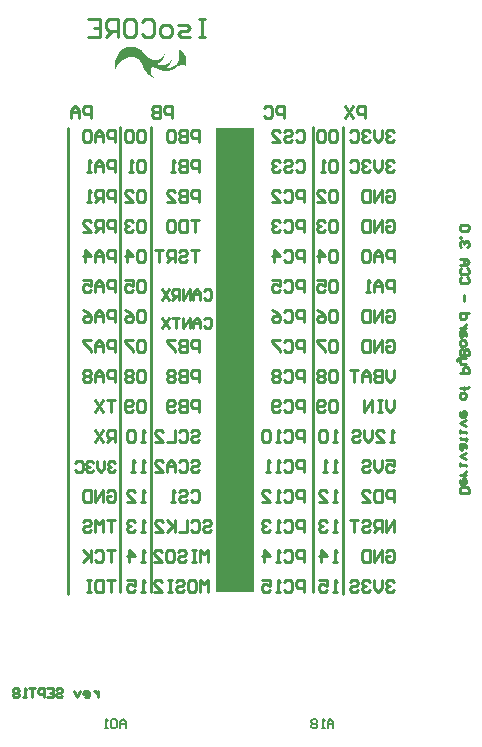
<source format=gbo>
G04*
G04 #@! TF.GenerationSoftware,Altium Limited,CircuitStudio,1.5.1 (13)*
G04*
G04 Layer_Color=13948096*
%FSLAX24Y24*%
%MOIN*%
G70*
G01*
G75*
%ADD49C,0.0100*%
%ADD51C,0.0059*%
%ADD88R,0.1300X1.5500*%
G36*
X25864Y40177D02*
X25930D01*
Y40170D01*
X25959D01*
Y40162D01*
X25988D01*
Y40155D01*
X26010D01*
Y40148D01*
X26025D01*
Y40140D01*
X26047D01*
Y40133D01*
X26061D01*
Y40126D01*
X26076D01*
Y40118D01*
X26090D01*
Y40111D01*
X26098D01*
Y40104D01*
X26112D01*
Y40097D01*
X26127D01*
Y40089D01*
X26134D01*
Y40082D01*
X26142D01*
Y40075D01*
X26156D01*
Y40067D01*
X26163D01*
Y40060D01*
X26171D01*
Y40053D01*
X26185D01*
Y40045D01*
X26193D01*
Y40038D01*
X26200D01*
Y40031D01*
X26207D01*
Y40024D01*
X26215D01*
Y40016D01*
X26222D01*
Y40009D01*
X26229D01*
Y40002D01*
X26237D01*
Y39994D01*
X26244D01*
Y39987D01*
X26251D01*
Y39980D01*
X26258D01*
Y39972D01*
X26266D01*
Y39965D01*
X26273D01*
Y39958D01*
X26280D01*
Y39951D01*
X26288D01*
Y39943D01*
X26295D01*
Y39936D01*
X26302D01*
Y39929D01*
Y39921D01*
X26310D01*
Y39914D01*
X26317D01*
Y39907D01*
X26324D01*
Y39899D01*
X26331D01*
Y39892D01*
X26339D01*
Y39885D01*
X26346D01*
Y39878D01*
Y39870D01*
X26353D01*
Y39863D01*
X26361D01*
Y39856D01*
X26368D01*
Y39848D01*
X26375D01*
Y39841D01*
X26383D01*
Y39834D01*
X26390D01*
Y39826D01*
X26404D01*
Y39819D01*
X26412D01*
Y39812D01*
X26426D01*
Y39804D01*
X26434D01*
Y39797D01*
X26448D01*
Y39790D01*
X26463D01*
Y39783D01*
X26477D01*
Y39775D01*
X26492D01*
Y39768D01*
X26507D01*
Y39761D01*
X26529D01*
Y39753D01*
X26551D01*
Y39746D01*
X26580D01*
Y39739D01*
X26624D01*
Y39731D01*
X26697D01*
Y39739D01*
X26740D01*
Y39746D01*
X26762D01*
Y39753D01*
X26784D01*
Y39761D01*
X26799D01*
Y39768D01*
X26813D01*
Y39775D01*
X26828D01*
Y39783D01*
X26835D01*
Y39790D01*
X26843D01*
Y39797D01*
X26857D01*
Y39804D01*
X26865D01*
Y39812D01*
X26872D01*
Y39819D01*
X26879D01*
Y39826D01*
X26886D01*
Y39834D01*
X26894D01*
Y39841D01*
X26901D01*
Y39848D01*
Y39856D01*
X26908D01*
Y39863D01*
X26916D01*
Y39870D01*
Y39878D01*
X26923D01*
Y39885D01*
X26930D01*
Y39892D01*
Y39899D01*
X26938D01*
Y39907D01*
Y39914D01*
Y39921D01*
X26952D01*
Y39914D01*
Y39907D01*
X26945D01*
Y39899D01*
Y39892D01*
Y39885D01*
Y39878D01*
Y39870D01*
X26938D01*
Y39863D01*
Y39856D01*
Y39848D01*
X26930D01*
Y39841D01*
Y39834D01*
Y39826D01*
X26923D01*
Y39819D01*
Y39812D01*
Y39804D01*
X26916D01*
Y39797D01*
Y39790D01*
X26908D01*
Y39783D01*
Y39775D01*
X26901D01*
Y39768D01*
Y39761D01*
X26894D01*
Y39753D01*
Y39746D01*
X26886D01*
Y39739D01*
X26879D01*
Y39731D01*
X26872D01*
Y39724D01*
Y39717D01*
X26865D01*
Y39710D01*
X26857D01*
Y39702D01*
X26850D01*
Y39695D01*
X26843D01*
Y39688D01*
X26835D01*
Y39680D01*
X26828D01*
Y39673D01*
X26813D01*
Y39666D01*
X26806D01*
Y39658D01*
X26792D01*
Y39651D01*
X26777D01*
Y39644D01*
X26770D01*
Y39637D01*
X26755D01*
Y39629D01*
X26740D01*
Y39622D01*
X26733D01*
Y39615D01*
X26726D01*
Y39607D01*
Y39600D01*
Y39593D01*
X26733D01*
Y39585D01*
X26755D01*
Y39578D01*
X26777D01*
Y39571D01*
X26821D01*
Y39563D01*
X26945D01*
Y39571D01*
X26974D01*
Y39578D01*
X27003D01*
Y39585D01*
X27018D01*
Y39593D01*
X27033D01*
Y39600D01*
X27047D01*
Y39607D01*
X27062D01*
Y39615D01*
X27076D01*
Y39622D01*
X27084D01*
Y39629D01*
X27098D01*
Y39637D01*
X27106D01*
Y39644D01*
X27113D01*
Y39651D01*
X27120D01*
Y39658D01*
X27127D01*
Y39666D01*
X27135D01*
Y39673D01*
X27142D01*
Y39680D01*
X27149D01*
Y39688D01*
X27157D01*
Y39695D01*
X27164D01*
Y39702D01*
X27171D01*
Y39710D01*
Y39717D01*
X27179D01*
Y39724D01*
X27186D01*
Y39717D01*
Y39710D01*
X27179D01*
Y39702D01*
Y39695D01*
Y39688D01*
X27171D01*
Y39680D01*
Y39673D01*
Y39666D01*
X27164D01*
Y39658D01*
Y39651D01*
X27157D01*
Y39644D01*
Y39637D01*
X27149D01*
Y39629D01*
Y39622D01*
X27142D01*
Y39615D01*
Y39607D01*
X27135D01*
Y39600D01*
Y39593D01*
X27127D01*
Y39585D01*
X27120D01*
Y39578D01*
Y39571D01*
X27113D01*
Y39563D01*
X27106D01*
Y39556D01*
X27098D01*
Y39549D01*
X27091D01*
Y39542D01*
X27084D01*
Y39534D01*
X27076D01*
Y39527D01*
X27069D01*
Y39520D01*
X27062D01*
Y39512D01*
X27054D01*
Y39505D01*
X27047D01*
Y39498D01*
X27040D01*
Y39490D01*
X27033D01*
Y39483D01*
X27018D01*
Y39476D01*
X27040D01*
Y39469D01*
X27106D01*
Y39476D01*
X27142D01*
Y39483D01*
X27171D01*
Y39490D01*
X27193D01*
Y39498D01*
X27208D01*
Y39505D01*
X27230D01*
Y39512D01*
X27244D01*
Y39520D01*
X27259D01*
Y39527D01*
X27273D01*
Y39534D01*
X27288D01*
Y39542D01*
X27303D01*
Y39549D01*
X27317D01*
Y39556D01*
X27325D01*
Y39563D01*
X27332D01*
Y39571D01*
X27347D01*
Y39578D01*
X27354D01*
Y39585D01*
X27361D01*
Y39593D01*
Y39600D01*
X27368D01*
Y39607D01*
X27376D01*
Y39615D01*
X27383D01*
Y39622D01*
Y39629D01*
X27390D01*
Y39637D01*
Y39644D01*
X27398D01*
Y39651D01*
Y39658D01*
X27405D01*
Y39666D01*
Y39673D01*
X27412D01*
Y39680D01*
Y39688D01*
X27420D01*
Y39695D01*
Y39702D01*
X27427D01*
Y39710D01*
Y39717D01*
Y39724D01*
Y39731D01*
X27434D01*
Y39739D01*
Y39746D01*
Y39753D01*
X27441D01*
Y39761D01*
Y39768D01*
Y39775D01*
Y39783D01*
Y39790D01*
Y39797D01*
X27449D01*
Y39804D01*
Y39812D01*
Y39819D01*
Y39826D01*
Y39834D01*
Y39841D01*
Y39848D01*
Y39856D01*
Y39863D01*
Y39870D01*
Y39878D01*
Y39885D01*
Y39892D01*
Y39899D01*
Y39907D01*
Y39914D01*
Y39921D01*
Y39929D01*
Y39936D01*
Y39943D01*
Y39951D01*
Y39958D01*
Y39965D01*
Y39972D01*
Y39980D01*
Y39987D01*
X27441D01*
Y39994D01*
Y40002D01*
Y40009D01*
Y40016D01*
Y40024D01*
Y40031D01*
Y40038D01*
X27434D01*
Y40045D01*
Y40053D01*
Y40060D01*
Y40067D01*
Y40075D01*
X27427D01*
Y40082D01*
Y40089D01*
X27441D01*
Y40082D01*
X27449D01*
Y40075D01*
X27463D01*
Y40067D01*
X27471D01*
Y40060D01*
X27478D01*
Y40053D01*
X27493D01*
Y40045D01*
X27500D01*
Y40038D01*
X27507D01*
Y40031D01*
X27522D01*
Y40024D01*
X27529D01*
Y40016D01*
X27536D01*
Y40009D01*
X27544D01*
Y40002D01*
X27551D01*
Y39994D01*
X27558D01*
Y39987D01*
X27566D01*
Y39980D01*
X27573D01*
Y39972D01*
X27580D01*
Y39965D01*
X27588D01*
Y39958D01*
X27595D01*
Y39951D01*
Y39943D01*
X27602D01*
Y39936D01*
X27609D01*
Y39929D01*
X27617D01*
Y39921D01*
Y39914D01*
X27624D01*
Y39907D01*
Y39899D01*
X27631D01*
Y39892D01*
X27639D01*
Y39885D01*
Y39878D01*
X27646D01*
Y39870D01*
Y39863D01*
Y39856D01*
X27653D01*
Y39848D01*
Y39841D01*
Y39834D01*
X27661D01*
Y39826D01*
Y39819D01*
Y39812D01*
X27668D01*
Y39804D01*
Y39797D01*
Y39790D01*
Y39783D01*
Y39775D01*
Y39768D01*
X27675D01*
Y39761D01*
Y39753D01*
Y39746D01*
Y39739D01*
Y39731D01*
Y39724D01*
Y39717D01*
X27682D01*
Y39710D01*
Y39702D01*
Y39695D01*
Y39688D01*
Y39680D01*
Y39673D01*
Y39666D01*
Y39658D01*
Y39651D01*
Y39644D01*
Y39637D01*
Y39629D01*
Y39622D01*
Y39615D01*
Y39607D01*
Y39600D01*
Y39593D01*
Y39585D01*
Y39578D01*
Y39571D01*
Y39563D01*
Y39556D01*
Y39549D01*
X27646D01*
Y39556D01*
X27595D01*
Y39563D01*
X27500D01*
Y39556D01*
X27463D01*
Y39549D01*
X27441D01*
Y39542D01*
X27420D01*
Y39534D01*
X27405D01*
Y39527D01*
X27390D01*
Y39520D01*
X27383D01*
Y39512D01*
X27368D01*
Y39505D01*
X27361D01*
Y39498D01*
X27347D01*
Y39490D01*
X27339D01*
Y39483D01*
X27332D01*
Y39476D01*
X27317D01*
Y39469D01*
X27310D01*
Y39461D01*
X27303D01*
Y39454D01*
X27288D01*
Y39447D01*
X27281D01*
Y39439D01*
X27266D01*
Y39432D01*
X27259D01*
Y39425D01*
X27244D01*
Y39417D01*
X27230D01*
Y39410D01*
X27215D01*
Y39403D01*
X27193D01*
Y39396D01*
X27171D01*
Y39388D01*
X27142D01*
Y39381D01*
X27106D01*
Y39374D01*
X26923D01*
Y39381D01*
X26879D01*
Y39388D01*
X26843D01*
Y39396D01*
X26813D01*
Y39403D01*
X26792D01*
Y39410D01*
X26777D01*
Y39417D01*
X26755D01*
Y39425D01*
X26740D01*
Y39432D01*
X26718D01*
Y39439D01*
X26704D01*
Y39447D01*
X26689D01*
Y39454D01*
X26667D01*
Y39461D01*
X26653D01*
Y39469D01*
X26638D01*
Y39476D01*
X26616D01*
Y39483D01*
X26602D01*
Y39490D01*
X26580D01*
Y39498D01*
X26536D01*
Y39490D01*
X26521D01*
Y39483D01*
X26514D01*
Y39476D01*
X26507D01*
Y39469D01*
Y39461D01*
X26499D01*
Y39454D01*
Y39447D01*
X26492D01*
Y39439D01*
Y39432D01*
Y39425D01*
X26485D01*
Y39417D01*
Y39410D01*
Y39403D01*
Y39396D01*
Y39388D01*
Y39381D01*
Y39374D01*
Y39366D01*
Y39359D01*
Y39352D01*
Y39344D01*
Y39337D01*
Y39330D01*
X26492D01*
Y39323D01*
Y39315D01*
Y39308D01*
X26499D01*
Y39301D01*
Y39293D01*
Y39286D01*
X26507D01*
Y39279D01*
Y39271D01*
X26514D01*
Y39264D01*
Y39257D01*
Y39249D01*
X26521D01*
Y39242D01*
X26529D01*
Y39235D01*
Y39228D01*
X26536D01*
Y39220D01*
Y39213D01*
X26543D01*
Y39206D01*
Y39198D01*
X26551D01*
Y39191D01*
X26558D01*
Y39184D01*
Y39176D01*
X26565D01*
Y39169D01*
X26572D01*
Y39162D01*
X26580D01*
Y39155D01*
X26587D01*
Y39147D01*
Y39140D01*
X26580D01*
Y39147D01*
X26565D01*
Y39155D01*
X26551D01*
Y39162D01*
X26536D01*
Y39169D01*
X26521D01*
Y39176D01*
X26514D01*
Y39184D01*
X26499D01*
Y39191D01*
X26492D01*
Y39198D01*
X26477D01*
Y39206D01*
X26470D01*
Y39213D01*
X26456D01*
Y39220D01*
X26448D01*
Y39228D01*
X26441D01*
Y39235D01*
X26434D01*
Y39242D01*
X26419D01*
Y39249D01*
X26412D01*
Y39257D01*
X26404D01*
Y39264D01*
X26397D01*
Y39271D01*
X26390D01*
Y39279D01*
X26383D01*
Y39286D01*
X26375D01*
Y39293D01*
X26368D01*
Y39301D01*
X26361D01*
Y39308D01*
Y39315D01*
X26353D01*
Y39323D01*
X26346D01*
Y39330D01*
X26339D01*
Y39337D01*
X26331D01*
Y39344D01*
Y39352D01*
X26324D01*
Y39359D01*
X26317D01*
Y39366D01*
X26310D01*
Y39374D01*
Y39381D01*
X26302D01*
Y39388D01*
X26295D01*
Y39396D01*
Y39403D01*
X26288D01*
Y39410D01*
Y39417D01*
X26280D01*
Y39425D01*
Y39432D01*
X26273D01*
Y39439D01*
Y39447D01*
X26266D01*
Y39454D01*
Y39461D01*
X26258D01*
Y39469D01*
Y39476D01*
Y39483D01*
X26251D01*
Y39490D01*
Y39498D01*
X26244D01*
Y39505D01*
Y39512D01*
X26237D01*
Y39520D01*
Y39527D01*
X26229D01*
Y39534D01*
Y39542D01*
X26222D01*
Y39549D01*
Y39556D01*
X26215D01*
Y39563D01*
Y39571D01*
X26207D01*
Y39578D01*
Y39585D01*
X26200D01*
Y39593D01*
Y39600D01*
X26193D01*
Y39607D01*
Y39615D01*
X26185D01*
Y39622D01*
Y39629D01*
X26178D01*
Y39637D01*
X26171D01*
Y39644D01*
Y39651D01*
X26163D01*
Y39658D01*
Y39666D01*
X26156D01*
Y39673D01*
X26149D01*
Y39680D01*
Y39688D01*
X26142D01*
Y39695D01*
X26134D01*
Y39702D01*
Y39710D01*
X26127D01*
Y39717D01*
X26120D01*
Y39724D01*
X26112D01*
Y39731D01*
X26105D01*
Y39739D01*
X26098D01*
Y39746D01*
X26090D01*
Y39753D01*
X26083D01*
Y39761D01*
X26076D01*
Y39768D01*
X26069D01*
Y39775D01*
X26061D01*
Y39783D01*
X26047D01*
Y39790D01*
X26039D01*
Y39797D01*
X26025D01*
Y39804D01*
X26017D01*
Y39812D01*
X26003D01*
Y39819D01*
X25981D01*
Y39826D01*
X25966D01*
Y39834D01*
X25937D01*
Y39841D01*
X25806D01*
Y39834D01*
X25769D01*
Y39826D01*
X25747D01*
Y39819D01*
X25725D01*
Y39812D01*
X25703D01*
Y39804D01*
X25689D01*
Y39797D01*
X25674D01*
Y39790D01*
X25660D01*
Y39783D01*
X25645D01*
Y39775D01*
X25630D01*
Y39768D01*
X25616D01*
Y39761D01*
X25601D01*
Y39753D01*
X25587D01*
Y39746D01*
X25579D01*
Y39739D01*
X25565D01*
Y39731D01*
X25557D01*
Y39724D01*
X25543D01*
Y39717D01*
X25535D01*
Y39710D01*
X25528D01*
Y39702D01*
X25514D01*
Y39695D01*
X25506D01*
Y39688D01*
X25499D01*
Y39680D01*
X25492D01*
Y39673D01*
X25484D01*
Y39666D01*
X25477D01*
Y39658D01*
X25470D01*
Y39651D01*
X25455D01*
Y39644D01*
Y39637D01*
X25448D01*
Y39629D01*
X25441D01*
Y39622D01*
X25433D01*
Y39615D01*
X25426D01*
Y39607D01*
X25419D01*
Y39600D01*
X25411D01*
Y39593D01*
X25404D01*
Y39585D01*
Y39578D01*
X25397D01*
Y39571D01*
X25389D01*
Y39563D01*
X25382D01*
Y39556D01*
Y39549D01*
X25375D01*
Y39542D01*
X25367D01*
Y39534D01*
Y39527D01*
X25360D01*
Y39520D01*
Y39512D01*
X25353D01*
Y39505D01*
X25346D01*
Y39498D01*
Y39490D01*
X25338D01*
Y39483D01*
Y39476D01*
X25331D01*
Y39469D01*
Y39461D01*
X25324D01*
Y39454D01*
Y39447D01*
X25316D01*
Y39439D01*
Y39432D01*
Y39425D01*
X25302D01*
Y39432D01*
Y39439D01*
Y39447D01*
Y39454D01*
Y39461D01*
Y39469D01*
Y39476D01*
Y39483D01*
Y39490D01*
Y39498D01*
X25294D01*
Y39505D01*
Y39512D01*
Y39520D01*
Y39527D01*
Y39534D01*
Y39542D01*
Y39549D01*
Y39556D01*
Y39563D01*
Y39571D01*
Y39578D01*
Y39585D01*
X25302D01*
Y39593D01*
Y39600D01*
Y39607D01*
Y39615D01*
Y39622D01*
Y39629D01*
Y39637D01*
Y39644D01*
Y39651D01*
X25309D01*
Y39658D01*
Y39666D01*
Y39673D01*
Y39680D01*
Y39688D01*
X25316D01*
Y39695D01*
Y39702D01*
Y39710D01*
Y39717D01*
Y39724D01*
X25324D01*
Y39731D01*
Y39739D01*
Y39746D01*
X25331D01*
Y39753D01*
Y39761D01*
Y39768D01*
X25338D01*
Y39775D01*
Y39783D01*
Y39790D01*
X25346D01*
Y39797D01*
Y39804D01*
X25353D01*
Y39812D01*
Y39819D01*
Y39826D01*
X25360D01*
Y39834D01*
Y39841D01*
X25367D01*
Y39848D01*
Y39856D01*
X25375D01*
Y39863D01*
Y39870D01*
X25382D01*
Y39878D01*
Y39885D01*
X25389D01*
Y39892D01*
Y39899D01*
X25397D01*
Y39907D01*
X25404D01*
Y39914D01*
Y39921D01*
X25411D01*
Y39929D01*
Y39936D01*
X25419D01*
Y39943D01*
X25426D01*
Y39951D01*
Y39958D01*
X25433D01*
Y39965D01*
X25441D01*
Y39972D01*
X25448D01*
Y39980D01*
Y39987D01*
X25455D01*
Y39994D01*
X25462D01*
Y40002D01*
X25470D01*
Y40009D01*
X25477D01*
Y40016D01*
X25484D01*
Y40024D01*
Y40031D01*
X25492D01*
Y40038D01*
X25499D01*
Y40045D01*
X25506D01*
Y40053D01*
X25514D01*
Y40060D01*
X25528D01*
Y40067D01*
X25535D01*
Y40075D01*
X25543D01*
Y40082D01*
X25550D01*
Y40089D01*
X25557D01*
Y40097D01*
X25572D01*
Y40104D01*
X25579D01*
Y40111D01*
X25594D01*
Y40118D01*
X25601D01*
Y40126D01*
X25616D01*
Y40133D01*
X25630D01*
Y40140D01*
X25645D01*
Y40148D01*
X25667D01*
Y40155D01*
X25689D01*
Y40162D01*
X25711D01*
Y40170D01*
X25747D01*
Y40177D01*
X25813D01*
Y40184D01*
X25864D01*
Y40177D01*
D02*
G37*
D49*
X23750Y21950D02*
Y37466D01*
X25466Y22000D02*
Y37516D01*
X26500Y22000D02*
Y37516D01*
X31900Y22000D02*
Y37516D01*
X32900Y21950D02*
Y37500D01*
X37100Y25300D02*
X36800D01*
Y25450D01*
X36850Y25500D01*
X37050D01*
X37100Y25450D01*
Y25300D01*
X36800Y25750D02*
Y25650D01*
X36850Y25600D01*
X36950D01*
X37000Y25650D01*
Y25750D01*
X36950Y25800D01*
X36900D01*
Y25600D01*
X37000Y25900D02*
X36800D01*
X36900D01*
X36950Y25950D01*
X37000Y26000D01*
Y26050D01*
X36800Y26200D02*
Y26300D01*
Y26250D01*
X37000D01*
Y26200D01*
Y26450D02*
X36800Y26550D01*
X37000Y26650D01*
Y26800D02*
Y26899D01*
X36950Y26949D01*
X36800D01*
Y26800D01*
X36850Y26750D01*
X36900Y26800D01*
Y26949D01*
X37050Y27099D02*
X37000D01*
Y27049D01*
Y27149D01*
Y27099D01*
X36850D01*
X36800Y27149D01*
Y27299D02*
Y27399D01*
Y27349D01*
X37000D01*
Y27299D01*
Y27549D02*
X36800Y27649D01*
X37000Y27749D01*
X36800Y27999D02*
Y27899D01*
X36850Y27849D01*
X36950D01*
X37000Y27899D01*
Y27999D01*
X36950Y28049D01*
X36900D01*
Y27849D01*
X36800Y28499D02*
Y28599D01*
X36850Y28649D01*
X36950D01*
X37000Y28599D01*
Y28499D01*
X36950Y28449D01*
X36850D01*
X36800Y28499D01*
Y28799D02*
X37050D01*
X36950D01*
Y28749D01*
Y28849D01*
Y28799D01*
X37050D01*
X37100Y28849D01*
X36800Y29299D02*
X37100D01*
Y29449D01*
X37050Y29499D01*
X36950D01*
X36900Y29449D01*
Y29299D01*
X37000Y29599D02*
X36850D01*
X36800Y29649D01*
Y29799D01*
X36750D01*
X36700Y29749D01*
Y29699D01*
X36800Y29799D02*
X37000D01*
X37100Y29899D02*
X36800D01*
Y30048D01*
X36850Y30098D01*
X36900D01*
X36950Y30048D01*
Y29899D01*
Y30048D01*
X37000Y30098D01*
X37050D01*
X37100Y30048D01*
Y29899D01*
X36800Y30248D02*
Y30348D01*
X36850Y30398D01*
X36950D01*
X37000Y30348D01*
Y30248D01*
X36950Y30198D01*
X36850D01*
X36800Y30248D01*
X37000Y30548D02*
Y30648D01*
X36950Y30698D01*
X36800D01*
Y30548D01*
X36850Y30498D01*
X36900Y30548D01*
Y30698D01*
X37000Y30798D02*
X36800D01*
X36900D01*
X36950Y30848D01*
X37000Y30898D01*
Y30948D01*
X37100Y31298D02*
X36800D01*
Y31148D01*
X36850Y31098D01*
X36950D01*
X37000Y31148D01*
Y31298D01*
X36950Y31698D02*
Y31898D01*
X37050Y32498D02*
X37100Y32448D01*
Y32348D01*
X37050Y32298D01*
X36850D01*
X36800Y32348D01*
Y32448D01*
X36850Y32498D01*
X37050Y32798D02*
X37100Y32748D01*
Y32648D01*
X37050Y32598D01*
X36850D01*
X36800Y32648D01*
Y32748D01*
X36850Y32798D01*
X36800Y32898D02*
X37000D01*
X37100Y32998D01*
X37000Y33097D01*
X36800D01*
X36950D01*
Y32898D01*
X37050Y33497D02*
X37100Y33547D01*
Y33647D01*
X37050Y33697D01*
X37000D01*
X36950Y33647D01*
Y33597D01*
Y33647D01*
X36900Y33697D01*
X36850D01*
X36800Y33647D01*
Y33547D01*
X36850Y33497D01*
X36800Y33797D02*
X36850D01*
Y33847D01*
X36800D01*
Y33797D01*
X37050Y34047D02*
X37100Y34097D01*
Y34197D01*
X37050Y34247D01*
X36850D01*
X36800Y34197D01*
Y34097D01*
X36850Y34047D01*
X37050D01*
X24750Y18700D02*
Y18500D01*
Y18600D01*
X24700Y18650D01*
X24650Y18700D01*
X24600D01*
X24300Y18500D02*
X24400D01*
X24450Y18550D01*
Y18650D01*
X24400Y18700D01*
X24300D01*
X24250Y18650D01*
Y18600D01*
X24450D01*
X24150Y18700D02*
X24050Y18500D01*
X23950Y18700D01*
X23350Y18750D02*
X23400Y18800D01*
X23500D01*
X23550Y18750D01*
Y18700D01*
X23500Y18650D01*
X23400D01*
X23350Y18600D01*
Y18550D01*
X23400Y18500D01*
X23500D01*
X23550Y18550D01*
X23051Y18800D02*
X23250D01*
Y18500D01*
X23051D01*
X23250Y18650D02*
X23151D01*
X22951Y18500D02*
Y18800D01*
X22801D01*
X22751Y18750D01*
Y18650D01*
X22801Y18600D01*
X22951D01*
X22651Y18800D02*
X22451D01*
X22551D01*
Y18500D01*
X22351D02*
X22251D01*
X22301D01*
Y18800D01*
X22351Y18750D01*
X22101D02*
X22051Y18800D01*
X21951D01*
X21901Y18750D01*
Y18700D01*
X21951Y18650D01*
X21901Y18600D01*
Y18550D01*
X21951Y18500D01*
X22051D01*
X22101Y18550D01*
Y18600D01*
X22051Y18650D01*
X22101Y18700D01*
Y18750D01*
X22051Y18650D02*
X21951D01*
X28300Y41100D02*
X28100D01*
X28200D01*
Y40500D01*
X28300D01*
X28100D01*
X27800D02*
X27500D01*
X27400Y40600D01*
X27500Y40700D01*
X27700D01*
X27800Y40800D01*
X27700Y40900D01*
X27400D01*
X27100Y40500D02*
X26900D01*
X26800Y40600D01*
Y40800D01*
X26900Y40900D01*
X27100D01*
X27200Y40800D01*
Y40600D01*
X27100Y40500D01*
X26201Y41000D02*
X26301Y41100D01*
X26501D01*
X26601Y41000D01*
Y40600D01*
X26501Y40500D01*
X26301D01*
X26201Y40600D01*
X25701Y41100D02*
X25901D01*
X26001Y41000D01*
Y40600D01*
X25901Y40500D01*
X25701D01*
X25601Y40600D01*
Y41000D01*
X25701Y41100D01*
X25401Y40500D02*
Y41100D01*
X25101D01*
X25001Y41000D01*
Y40800D01*
X25101Y40700D01*
X25401D01*
X25201D02*
X25001Y40500D01*
X24401Y41100D02*
X24801D01*
Y40500D01*
X24401D01*
X24801Y40800D02*
X24601D01*
X25300Y36000D02*
Y36400D01*
X25100D01*
X25033Y36333D01*
Y36200D01*
X25100Y36133D01*
X25300D01*
X24900Y36000D02*
Y36267D01*
X24767Y36400D01*
X24634Y36267D01*
Y36000D01*
Y36200D01*
X24900D01*
X24500Y36000D02*
X24367D01*
X24434D01*
Y36400D01*
X24500Y36333D01*
X25300Y37000D02*
Y37400D01*
X25100D01*
X25033Y37333D01*
Y37200D01*
X25100Y37133D01*
X25300D01*
X24900Y37000D02*
Y37267D01*
X24767Y37400D01*
X24634Y37267D01*
Y37000D01*
Y37200D01*
X24900D01*
X24500Y37333D02*
X24434Y37400D01*
X24300D01*
X24234Y37333D01*
Y37067D01*
X24300Y37000D01*
X24434D01*
X24500Y37067D01*
Y37333D01*
X25300Y35000D02*
Y35400D01*
X25100D01*
X25033Y35333D01*
Y35200D01*
X25100Y35133D01*
X25300D01*
X24900Y35000D02*
Y35400D01*
X24700D01*
X24634Y35333D01*
Y35200D01*
X24700Y35133D01*
X24900D01*
X24767D02*
X24634Y35000D01*
X24500D02*
X24367D01*
X24434D01*
Y35400D01*
X24500Y35333D01*
X25300Y34000D02*
Y34400D01*
X25100D01*
X25033Y34333D01*
Y34200D01*
X25100Y34133D01*
X25300D01*
X24900Y34000D02*
Y34400D01*
X24700D01*
X24634Y34333D01*
Y34200D01*
X24700Y34133D01*
X24900D01*
X24767D02*
X24634Y34000D01*
X24234D02*
X24500D01*
X24234Y34267D01*
Y34333D01*
X24300Y34400D01*
X24434D01*
X24500Y34333D01*
X25300Y33000D02*
Y33400D01*
X25100D01*
X25033Y33333D01*
Y33200D01*
X25100Y33133D01*
X25300D01*
X24900Y33000D02*
Y33267D01*
X24767Y33400D01*
X24634Y33267D01*
Y33000D01*
Y33200D01*
X24900D01*
X24300Y33000D02*
Y33400D01*
X24500Y33200D01*
X24234D01*
X25300Y32000D02*
Y32400D01*
X25100D01*
X25033Y32333D01*
Y32200D01*
X25100Y32133D01*
X25300D01*
X24900Y32000D02*
Y32267D01*
X24767Y32400D01*
X24634Y32267D01*
Y32000D01*
Y32200D01*
X24900D01*
X24234Y32400D02*
X24500D01*
Y32200D01*
X24367Y32267D01*
X24300D01*
X24234Y32200D01*
Y32067D01*
X24300Y32000D01*
X24434D01*
X24500Y32067D01*
X25300Y31000D02*
Y31400D01*
X25100D01*
X25033Y31333D01*
Y31200D01*
X25100Y31133D01*
X25300D01*
X24900Y31000D02*
Y31267D01*
X24767Y31400D01*
X24634Y31267D01*
Y31000D01*
Y31200D01*
X24900D01*
X24234Y31400D02*
X24367Y31333D01*
X24500Y31200D01*
Y31067D01*
X24434Y31000D01*
X24300D01*
X24234Y31067D01*
Y31133D01*
X24300Y31200D01*
X24500D01*
X25300Y30000D02*
Y30400D01*
X25100D01*
X25033Y30333D01*
Y30200D01*
X25100Y30133D01*
X25300D01*
X24900Y30000D02*
Y30267D01*
X24767Y30400D01*
X24634Y30267D01*
Y30000D01*
Y30200D01*
X24900D01*
X24500Y30400D02*
X24234D01*
Y30333D01*
X24500Y30067D01*
Y30000D01*
X25300Y29000D02*
Y29400D01*
X25100D01*
X25033Y29333D01*
Y29200D01*
X25100Y29133D01*
X25300D01*
X24900Y29000D02*
Y29267D01*
X24767Y29400D01*
X24634Y29267D01*
Y29000D01*
Y29200D01*
X24900D01*
X24500Y29333D02*
X24434Y29400D01*
X24300D01*
X24234Y29333D01*
Y29267D01*
X24300Y29200D01*
X24234Y29133D01*
Y29067D01*
X24300Y29000D01*
X24434D01*
X24500Y29067D01*
Y29133D01*
X24434Y29200D01*
X24500Y29267D01*
Y29333D01*
X24434Y29200D02*
X24300D01*
X25300Y28400D02*
X25033D01*
X25167D01*
Y28000D01*
X24900Y28400D02*
X24634Y28000D01*
Y28400D02*
X24900Y28000D01*
X25300Y27000D02*
Y27400D01*
X25100D01*
X25033Y27333D01*
Y27200D01*
X25100Y27133D01*
X25300D01*
X25167D02*
X25033Y27000D01*
X24900Y27400D02*
X24634Y27000D01*
Y27400D02*
X24900Y27000D01*
X25300Y26300D02*
X25240Y26360D01*
X25120D01*
X25060Y26300D01*
Y26240D01*
X25120Y26180D01*
X25180D01*
X25120D01*
X25060Y26120D01*
Y26060D01*
X25120Y26000D01*
X25240D01*
X25300Y26060D01*
X24940Y26360D02*
Y26120D01*
X24820Y26000D01*
X24700Y26120D01*
Y26360D01*
X24580Y26300D02*
X24520Y26360D01*
X24400D01*
X24340Y26300D01*
Y26240D01*
X24400Y26180D01*
X24460D01*
X24400D01*
X24340Y26120D01*
Y26060D01*
X24400Y26000D01*
X24520D01*
X24580Y26060D01*
X23980Y26300D02*
X24040Y26360D01*
X24160D01*
X24220Y26300D01*
Y26060D01*
X24160Y26000D01*
X24040D01*
X23980Y26060D01*
X25033Y25333D02*
X25100Y25400D01*
X25233D01*
X25300Y25333D01*
Y25067D01*
X25233Y25000D01*
X25100D01*
X25033Y25067D01*
Y25200D01*
X25167D01*
X24900Y25000D02*
Y25400D01*
X24634Y25000D01*
Y25400D01*
X24500D02*
Y25000D01*
X24300D01*
X24234Y25067D01*
Y25333D01*
X24300Y25400D01*
X24500D01*
X25300Y24400D02*
X25033D01*
X25167D01*
Y24000D01*
X24900D02*
Y24400D01*
X24767Y24267D01*
X24634Y24400D01*
Y24000D01*
X24234Y24333D02*
X24300Y24400D01*
X24434D01*
X24500Y24333D01*
Y24267D01*
X24434Y24200D01*
X24300D01*
X24234Y24133D01*
Y24067D01*
X24300Y24000D01*
X24434D01*
X24500Y24067D01*
X25300Y23400D02*
X25033D01*
X25167D01*
Y23000D01*
X24634Y23333D02*
X24700Y23400D01*
X24833D01*
X24900Y23333D01*
Y23067D01*
X24833Y23000D01*
X24700D01*
X24634Y23067D01*
X24500Y23400D02*
Y23000D01*
Y23133D01*
X24234Y23400D01*
X24434Y23200D01*
X24234Y23000D01*
X25300Y22400D02*
X25033D01*
X25167D01*
Y22000D01*
X24900Y22400D02*
Y22000D01*
X24700D01*
X24634Y22067D01*
Y22333D01*
X24700Y22400D01*
X24900D01*
X24500D02*
X24367D01*
X24434D01*
Y22000D01*
X24500D01*
X24367D01*
X28400D02*
Y22400D01*
X28267Y22267D01*
X28133Y22400D01*
Y22000D01*
X27800Y22400D02*
X27933D01*
X28000Y22333D01*
Y22067D01*
X27933Y22000D01*
X27800D01*
X27734Y22067D01*
Y22333D01*
X27800Y22400D01*
X27334Y22333D02*
X27400Y22400D01*
X27534D01*
X27600Y22333D01*
Y22267D01*
X27534Y22200D01*
X27400D01*
X27334Y22133D01*
Y22067D01*
X27400Y22000D01*
X27534D01*
X27600Y22067D01*
X27200Y22400D02*
X27067D01*
X27134D01*
Y22000D01*
X27200D01*
X27067D01*
X26601D02*
X26867D01*
X26601Y22267D01*
Y22333D01*
X26667Y22400D01*
X26801D01*
X26867Y22333D01*
X28400Y23000D02*
Y23400D01*
X28267Y23267D01*
X28133Y23400D01*
Y23000D01*
X28000Y23400D02*
X27867D01*
X27933D01*
Y23000D01*
X28000D01*
X27867D01*
X27400Y23333D02*
X27467Y23400D01*
X27600D01*
X27667Y23333D01*
Y23267D01*
X27600Y23200D01*
X27467D01*
X27400Y23133D01*
Y23067D01*
X27467Y23000D01*
X27600D01*
X27667Y23067D01*
X27067Y23400D02*
X27200D01*
X27267Y23333D01*
Y23067D01*
X27200Y23000D01*
X27067D01*
X27000Y23067D01*
Y23333D01*
X27067Y23400D01*
X26601Y23000D02*
X26867D01*
X26601Y23267D01*
Y23333D01*
X26667Y23400D01*
X26801D01*
X26867Y23333D01*
X28233Y24333D02*
X28300Y24400D01*
X28433D01*
X28500Y24333D01*
Y24267D01*
X28433Y24200D01*
X28300D01*
X28233Y24133D01*
Y24067D01*
X28300Y24000D01*
X28433D01*
X28500Y24067D01*
X27834Y24333D02*
X27900Y24400D01*
X28033D01*
X28100Y24333D01*
Y24067D01*
X28033Y24000D01*
X27900D01*
X27834Y24067D01*
X27700Y24400D02*
Y24000D01*
X27434D01*
X27300Y24400D02*
Y24000D01*
Y24133D01*
X27034Y24400D01*
X27234Y24200D01*
X27034Y24000D01*
X26634D02*
X26901D01*
X26634Y24267D01*
Y24333D01*
X26701Y24400D01*
X26834D01*
X26901Y24333D01*
X27833Y25333D02*
X27900Y25400D01*
X28033D01*
X28100Y25333D01*
Y25067D01*
X28033Y25000D01*
X27900D01*
X27833Y25067D01*
X27434Y25333D02*
X27500Y25400D01*
X27633D01*
X27700Y25333D01*
Y25267D01*
X27633Y25200D01*
X27500D01*
X27434Y25133D01*
Y25067D01*
X27500Y25000D01*
X27633D01*
X27700Y25067D01*
X27300Y25000D02*
X27167D01*
X27234D01*
Y25400D01*
X27300Y25333D01*
X27833Y26333D02*
X27900Y26400D01*
X28033D01*
X28100Y26333D01*
Y26267D01*
X28033Y26200D01*
X27900D01*
X27833Y26133D01*
Y26067D01*
X27900Y26000D01*
X28033D01*
X28100Y26067D01*
X27434Y26333D02*
X27500Y26400D01*
X27633D01*
X27700Y26333D01*
Y26067D01*
X27633Y26000D01*
X27500D01*
X27434Y26067D01*
X27300Y26000D02*
Y26267D01*
X27167Y26400D01*
X27034Y26267D01*
Y26000D01*
Y26200D01*
X27300D01*
X26634Y26000D02*
X26900D01*
X26634Y26267D01*
Y26333D01*
X26700Y26400D01*
X26834D01*
X26900Y26333D01*
X27833Y27333D02*
X27900Y27400D01*
X28033D01*
X28100Y27333D01*
Y27267D01*
X28033Y27200D01*
X27900D01*
X27833Y27133D01*
Y27067D01*
X27900Y27000D01*
X28033D01*
X28100Y27067D01*
X27434Y27333D02*
X27500Y27400D01*
X27633D01*
X27700Y27333D01*
Y27067D01*
X27633Y27000D01*
X27500D01*
X27434Y27067D01*
X27300Y27400D02*
Y27000D01*
X27034D01*
X26634D02*
X26900D01*
X26634Y27267D01*
Y27333D01*
X26700Y27400D01*
X26834D01*
X26900Y27333D01*
X28100Y28000D02*
Y28400D01*
X27900D01*
X27833Y28333D01*
Y28200D01*
X27900Y28133D01*
X28100D01*
X27700Y28400D02*
Y28000D01*
X27500D01*
X27434Y28067D01*
Y28133D01*
X27500Y28200D01*
X27700D01*
X27500D01*
X27434Y28267D01*
Y28333D01*
X27500Y28400D01*
X27700D01*
X27300Y28067D02*
X27234Y28000D01*
X27100D01*
X27034Y28067D01*
Y28333D01*
X27100Y28400D01*
X27234D01*
X27300Y28333D01*
Y28267D01*
X27234Y28200D01*
X27034D01*
X28100Y29000D02*
Y29400D01*
X27900D01*
X27833Y29333D01*
Y29200D01*
X27900Y29133D01*
X28100D01*
X27700Y29400D02*
Y29000D01*
X27500D01*
X27434Y29067D01*
Y29133D01*
X27500Y29200D01*
X27700D01*
X27500D01*
X27434Y29267D01*
Y29333D01*
X27500Y29400D01*
X27700D01*
X27300Y29333D02*
X27234Y29400D01*
X27100D01*
X27034Y29333D01*
Y29267D01*
X27100Y29200D01*
X27034Y29133D01*
Y29067D01*
X27100Y29000D01*
X27234D01*
X27300Y29067D01*
Y29133D01*
X27234Y29200D01*
X27300Y29267D01*
Y29333D01*
X27234Y29200D02*
X27100D01*
X28100Y30000D02*
Y30400D01*
X27900D01*
X27833Y30333D01*
Y30200D01*
X27900Y30133D01*
X28100D01*
X27700Y30400D02*
Y30000D01*
X27500D01*
X27434Y30067D01*
Y30133D01*
X27500Y30200D01*
X27700D01*
X27500D01*
X27434Y30267D01*
Y30333D01*
X27500Y30400D01*
X27700D01*
X27300D02*
X27034D01*
Y30333D01*
X27300Y30067D01*
Y30000D01*
X28267Y31092D02*
X28325Y31150D01*
X28442D01*
X28500Y31092D01*
Y30858D01*
X28442Y30800D01*
X28325D01*
X28267Y30858D01*
X28150Y30800D02*
Y31033D01*
X28033Y31150D01*
X27917Y31033D01*
Y30800D01*
Y30975D01*
X28150D01*
X27800Y30800D02*
Y31150D01*
X27567Y30800D01*
Y31150D01*
X27450D02*
X27217D01*
X27334D01*
Y30800D01*
X27100Y31150D02*
X26867Y30800D01*
Y31150D02*
X27100Y30800D01*
X28267Y32042D02*
X28325Y32100D01*
X28442D01*
X28500Y32042D01*
Y31808D01*
X28442Y31750D01*
X28325D01*
X28267Y31808D01*
X28150Y31750D02*
Y31983D01*
X28033Y32100D01*
X27917Y31983D01*
Y31750D01*
Y31925D01*
X28150D01*
X27800Y31750D02*
Y32100D01*
X27567Y31750D01*
Y32100D01*
X27450Y31750D02*
Y32100D01*
X27275D01*
X27217Y32042D01*
Y31925D01*
X27275Y31867D01*
X27450D01*
X27334D02*
X27217Y31750D01*
X27100Y32100D02*
X26867Y31750D01*
Y32100D02*
X27100Y31750D01*
X28100Y33400D02*
X27833D01*
X27967D01*
Y33000D01*
X27434Y33333D02*
X27500Y33400D01*
X27633D01*
X27700Y33333D01*
Y33267D01*
X27633Y33200D01*
X27500D01*
X27434Y33133D01*
Y33067D01*
X27500Y33000D01*
X27633D01*
X27700Y33067D01*
X27300Y33000D02*
Y33400D01*
X27100D01*
X27034Y33333D01*
Y33200D01*
X27100Y33133D01*
X27300D01*
X27167D02*
X27034Y33000D01*
X26900Y33400D02*
X26634D01*
X26767D01*
Y33000D01*
X28100Y34400D02*
X27833D01*
X27967D01*
Y34000D01*
X27700Y34400D02*
Y34000D01*
X27500D01*
X27434Y34067D01*
Y34333D01*
X27500Y34400D01*
X27700D01*
X27100D02*
X27234D01*
X27300Y34333D01*
Y34067D01*
X27234Y34000D01*
X27100D01*
X27034Y34067D01*
Y34333D01*
X27100Y34400D01*
X28100Y35000D02*
Y35400D01*
X27900D01*
X27833Y35333D01*
Y35200D01*
X27900Y35133D01*
X28100D01*
X27700Y35400D02*
Y35000D01*
X27500D01*
X27434Y35067D01*
Y35133D01*
X27500Y35200D01*
X27700D01*
X27500D01*
X27434Y35267D01*
Y35333D01*
X27500Y35400D01*
X27700D01*
X27034Y35000D02*
X27300D01*
X27034Y35267D01*
Y35333D01*
X27100Y35400D01*
X27234D01*
X27300Y35333D01*
X28100Y36000D02*
Y36400D01*
X27900D01*
X27833Y36333D01*
Y36200D01*
X27900Y36133D01*
X28100D01*
X27700Y36400D02*
Y36000D01*
X27500D01*
X27434Y36067D01*
Y36133D01*
X27500Y36200D01*
X27700D01*
X27500D01*
X27434Y36267D01*
Y36333D01*
X27500Y36400D01*
X27700D01*
X27300Y36000D02*
X27167D01*
X27234D01*
Y36400D01*
X27300Y36333D01*
X28100Y37000D02*
Y37400D01*
X27900D01*
X27833Y37333D01*
Y37200D01*
X27900Y37133D01*
X28100D01*
X27700Y37400D02*
Y37000D01*
X27500D01*
X27434Y37067D01*
Y37133D01*
X27500Y37200D01*
X27700D01*
X27500D01*
X27434Y37267D01*
Y37333D01*
X27500Y37400D01*
X27700D01*
X27300Y37333D02*
X27234Y37400D01*
X27100D01*
X27034Y37333D01*
Y37067D01*
X27100Y37000D01*
X27234D01*
X27300Y37067D01*
Y37333D01*
X31600Y22000D02*
Y22400D01*
X31400D01*
X31333Y22333D01*
Y22200D01*
X31400Y22133D01*
X31600D01*
X30934Y22333D02*
X31000Y22400D01*
X31133D01*
X31200Y22333D01*
Y22067D01*
X31133Y22000D01*
X31000D01*
X30934Y22067D01*
X30800Y22000D02*
X30667D01*
X30734D01*
Y22400D01*
X30800Y22333D01*
X30200Y22400D02*
X30467D01*
Y22200D01*
X30334Y22267D01*
X30267D01*
X30200Y22200D01*
Y22067D01*
X30267Y22000D01*
X30400D01*
X30467Y22067D01*
X31600Y23000D02*
Y23400D01*
X31400D01*
X31333Y23333D01*
Y23200D01*
X31400Y23133D01*
X31600D01*
X30934Y23333D02*
X31000Y23400D01*
X31133D01*
X31200Y23333D01*
Y23067D01*
X31133Y23000D01*
X31000D01*
X30934Y23067D01*
X30800Y23000D02*
X30667D01*
X30734D01*
Y23400D01*
X30800Y23333D01*
X30267Y23000D02*
Y23400D01*
X30467Y23200D01*
X30200D01*
X31600Y24000D02*
Y24400D01*
X31400D01*
X31333Y24333D01*
Y24200D01*
X31400Y24133D01*
X31600D01*
X30934Y24333D02*
X31000Y24400D01*
X31133D01*
X31200Y24333D01*
Y24067D01*
X31133Y24000D01*
X31000D01*
X30934Y24067D01*
X30800Y24000D02*
X30667D01*
X30734D01*
Y24400D01*
X30800Y24333D01*
X30467D02*
X30400Y24400D01*
X30267D01*
X30200Y24333D01*
Y24267D01*
X30267Y24200D01*
X30334D01*
X30267D01*
X30200Y24133D01*
Y24067D01*
X30267Y24000D01*
X30400D01*
X30467Y24067D01*
X31600Y25000D02*
Y25400D01*
X31400D01*
X31333Y25333D01*
Y25200D01*
X31400Y25133D01*
X31600D01*
X30934Y25333D02*
X31000Y25400D01*
X31133D01*
X31200Y25333D01*
Y25067D01*
X31133Y25000D01*
X31000D01*
X30934Y25067D01*
X30800Y25000D02*
X30667D01*
X30734D01*
Y25400D01*
X30800Y25333D01*
X30200Y25000D02*
X30467D01*
X30200Y25267D01*
Y25333D01*
X30267Y25400D01*
X30400D01*
X30467Y25333D01*
X31600Y26000D02*
Y26400D01*
X31400D01*
X31333Y26333D01*
Y26200D01*
X31400Y26133D01*
X31600D01*
X30934Y26333D02*
X31000Y26400D01*
X31133D01*
X31200Y26333D01*
Y26067D01*
X31133Y26000D01*
X31000D01*
X30934Y26067D01*
X30800Y26000D02*
X30667D01*
X30734D01*
Y26400D01*
X30800Y26333D01*
X30467Y26000D02*
X30334D01*
X30400D01*
Y26400D01*
X30467Y26333D01*
X31600Y27000D02*
Y27400D01*
X31400D01*
X31333Y27333D01*
Y27200D01*
X31400Y27133D01*
X31600D01*
X30934Y27333D02*
X31000Y27400D01*
X31133D01*
X31200Y27333D01*
Y27067D01*
X31133Y27000D01*
X31000D01*
X30934Y27067D01*
X30800Y27000D02*
X30667D01*
X30734D01*
Y27400D01*
X30800Y27333D01*
X30467D02*
X30400Y27400D01*
X30267D01*
X30200Y27333D01*
Y27067D01*
X30267Y27000D01*
X30400D01*
X30467Y27067D01*
Y27333D01*
X31600Y28000D02*
Y28400D01*
X31400D01*
X31333Y28333D01*
Y28200D01*
X31400Y28133D01*
X31600D01*
X30934Y28333D02*
X31000Y28400D01*
X31133D01*
X31200Y28333D01*
Y28067D01*
X31133Y28000D01*
X31000D01*
X30934Y28067D01*
X30800D02*
X30734Y28000D01*
X30600D01*
X30534Y28067D01*
Y28333D01*
X30600Y28400D01*
X30734D01*
X30800Y28333D01*
Y28267D01*
X30734Y28200D01*
X30534D01*
X31600Y29000D02*
Y29400D01*
X31400D01*
X31333Y29333D01*
Y29200D01*
X31400Y29133D01*
X31600D01*
X30934Y29333D02*
X31000Y29400D01*
X31133D01*
X31200Y29333D01*
Y29067D01*
X31133Y29000D01*
X31000D01*
X30934Y29067D01*
X30800Y29333D02*
X30734Y29400D01*
X30600D01*
X30534Y29333D01*
Y29267D01*
X30600Y29200D01*
X30534Y29133D01*
Y29067D01*
X30600Y29000D01*
X30734D01*
X30800Y29067D01*
Y29133D01*
X30734Y29200D01*
X30800Y29267D01*
Y29333D01*
X30734Y29200D02*
X30600D01*
X31600Y30000D02*
Y30400D01*
X31400D01*
X31333Y30333D01*
Y30200D01*
X31400Y30133D01*
X31600D01*
X30934Y30333D02*
X31000Y30400D01*
X31133D01*
X31200Y30333D01*
Y30067D01*
X31133Y30000D01*
X31000D01*
X30934Y30067D01*
X30800Y30400D02*
X30534D01*
Y30333D01*
X30800Y30067D01*
Y30000D01*
X31600Y31000D02*
Y31400D01*
X31400D01*
X31333Y31333D01*
Y31200D01*
X31400Y31133D01*
X31600D01*
X30934Y31333D02*
X31000Y31400D01*
X31133D01*
X31200Y31333D01*
Y31067D01*
X31133Y31000D01*
X31000D01*
X30934Y31067D01*
X30534Y31400D02*
X30667Y31333D01*
X30800Y31200D01*
Y31067D01*
X30734Y31000D01*
X30600D01*
X30534Y31067D01*
Y31133D01*
X30600Y31200D01*
X30800D01*
X31600Y32000D02*
Y32400D01*
X31400D01*
X31333Y32333D01*
Y32200D01*
X31400Y32133D01*
X31600D01*
X30934Y32333D02*
X31000Y32400D01*
X31133D01*
X31200Y32333D01*
Y32067D01*
X31133Y32000D01*
X31000D01*
X30934Y32067D01*
X30534Y32400D02*
X30800D01*
Y32200D01*
X30667Y32267D01*
X30600D01*
X30534Y32200D01*
Y32067D01*
X30600Y32000D01*
X30734D01*
X30800Y32067D01*
X31600Y33000D02*
Y33400D01*
X31400D01*
X31333Y33333D01*
Y33200D01*
X31400Y33133D01*
X31600D01*
X30934Y33333D02*
X31000Y33400D01*
X31133D01*
X31200Y33333D01*
Y33067D01*
X31133Y33000D01*
X31000D01*
X30934Y33067D01*
X30600Y33000D02*
Y33400D01*
X30800Y33200D01*
X30534D01*
X31600Y34000D02*
Y34400D01*
X31400D01*
X31333Y34333D01*
Y34200D01*
X31400Y34133D01*
X31600D01*
X30934Y34333D02*
X31000Y34400D01*
X31133D01*
X31200Y34333D01*
Y34067D01*
X31133Y34000D01*
X31000D01*
X30934Y34067D01*
X30800Y34333D02*
X30734Y34400D01*
X30600D01*
X30534Y34333D01*
Y34267D01*
X30600Y34200D01*
X30667D01*
X30600D01*
X30534Y34133D01*
Y34067D01*
X30600Y34000D01*
X30734D01*
X30800Y34067D01*
X31600Y35000D02*
Y35400D01*
X31400D01*
X31333Y35333D01*
Y35200D01*
X31400Y35133D01*
X31600D01*
X30934Y35333D02*
X31000Y35400D01*
X31133D01*
X31200Y35333D01*
Y35067D01*
X31133Y35000D01*
X31000D01*
X30934Y35067D01*
X30534Y35000D02*
X30800D01*
X30534Y35267D01*
Y35333D01*
X30600Y35400D01*
X30734D01*
X30800Y35333D01*
X31333Y36333D02*
X31400Y36400D01*
X31533D01*
X31600Y36333D01*
Y36067D01*
X31533Y36000D01*
X31400D01*
X31333Y36067D01*
X30934Y36333D02*
X31000Y36400D01*
X31133D01*
X31200Y36333D01*
Y36267D01*
X31133Y36200D01*
X31000D01*
X30934Y36133D01*
Y36067D01*
X31000Y36000D01*
X31133D01*
X31200Y36067D01*
X30800Y36333D02*
X30734Y36400D01*
X30600D01*
X30534Y36333D01*
Y36267D01*
X30600Y36200D01*
X30667D01*
X30600D01*
X30534Y36133D01*
Y36067D01*
X30600Y36000D01*
X30734D01*
X30800Y36067D01*
X31333Y37333D02*
X31400Y37400D01*
X31533D01*
X31600Y37333D01*
Y37067D01*
X31533Y37000D01*
X31400D01*
X31333Y37067D01*
X30934Y37333D02*
X31000Y37400D01*
X31133D01*
X31200Y37333D01*
Y37267D01*
X31133Y37200D01*
X31000D01*
X30934Y37133D01*
Y37067D01*
X31000Y37000D01*
X31133D01*
X31200Y37067D01*
X30534Y37000D02*
X30800D01*
X30534Y37267D01*
Y37333D01*
X30600Y37400D01*
X30734D01*
X30800Y37333D01*
X34600Y22333D02*
X34533Y22400D01*
X34400D01*
X34333Y22333D01*
Y22267D01*
X34400Y22200D01*
X34467D01*
X34400D01*
X34333Y22133D01*
Y22067D01*
X34400Y22000D01*
X34533D01*
X34600Y22067D01*
X34200Y22400D02*
Y22133D01*
X34067Y22000D01*
X33934Y22133D01*
Y22400D01*
X33800Y22333D02*
X33734Y22400D01*
X33600D01*
X33534Y22333D01*
Y22267D01*
X33600Y22200D01*
X33667D01*
X33600D01*
X33534Y22133D01*
Y22067D01*
X33600Y22000D01*
X33734D01*
X33800Y22067D01*
X33134Y22333D02*
X33200Y22400D01*
X33334D01*
X33400Y22333D01*
Y22267D01*
X33334Y22200D01*
X33200D01*
X33134Y22133D01*
Y22067D01*
X33200Y22000D01*
X33334D01*
X33400Y22067D01*
X34333Y23333D02*
X34400Y23400D01*
X34533D01*
X34600Y23333D01*
Y23067D01*
X34533Y23000D01*
X34400D01*
X34333Y23067D01*
Y23200D01*
X34467D01*
X34200Y23000D02*
Y23400D01*
X33934Y23000D01*
Y23400D01*
X33800D02*
Y23000D01*
X33600D01*
X33534Y23067D01*
Y23333D01*
X33600Y23400D01*
X33800D01*
X34600Y24000D02*
Y24400D01*
X34333Y24000D01*
Y24400D01*
X34200Y24000D02*
Y24400D01*
X34000D01*
X33934Y24333D01*
Y24200D01*
X34000Y24133D01*
X34200D01*
X34067D02*
X33934Y24000D01*
X33534Y24333D02*
X33600Y24400D01*
X33734D01*
X33800Y24333D01*
Y24267D01*
X33734Y24200D01*
X33600D01*
X33534Y24133D01*
Y24067D01*
X33600Y24000D01*
X33734D01*
X33800Y24067D01*
X33400Y24400D02*
X33134D01*
X33267D01*
Y24000D01*
X34600Y25000D02*
Y25400D01*
X34400D01*
X34333Y25333D01*
Y25200D01*
X34400Y25133D01*
X34600D01*
X34200Y25400D02*
Y25000D01*
X34000D01*
X33934Y25067D01*
Y25333D01*
X34000Y25400D01*
X34200D01*
X33534Y25000D02*
X33800D01*
X33534Y25267D01*
Y25333D01*
X33600Y25400D01*
X33734D01*
X33800Y25333D01*
X34333Y26400D02*
X34600D01*
Y26200D01*
X34467Y26267D01*
X34400D01*
X34333Y26200D01*
Y26067D01*
X34400Y26000D01*
X34533D01*
X34600Y26067D01*
X34200Y26400D02*
Y26133D01*
X34067Y26000D01*
X33934Y26133D01*
Y26400D01*
X33534Y26333D02*
X33600Y26400D01*
X33734D01*
X33800Y26333D01*
Y26267D01*
X33734Y26200D01*
X33600D01*
X33534Y26133D01*
Y26067D01*
X33600Y26000D01*
X33734D01*
X33800Y26067D01*
X34600Y27000D02*
X34467D01*
X34533D01*
Y27400D01*
X34600Y27333D01*
X34000Y27000D02*
X34267D01*
X34000Y27267D01*
Y27333D01*
X34067Y27400D01*
X34200D01*
X34267Y27333D01*
X33867Y27400D02*
Y27133D01*
X33734Y27000D01*
X33600Y27133D01*
Y27400D01*
X33200Y27333D02*
X33267Y27400D01*
X33400D01*
X33467Y27333D01*
Y27267D01*
X33400Y27200D01*
X33267D01*
X33200Y27133D01*
Y27067D01*
X33267Y27000D01*
X33400D01*
X33467Y27067D01*
X34600Y28400D02*
Y28133D01*
X34467Y28000D01*
X34333Y28133D01*
Y28400D01*
X34200D02*
X34067D01*
X34133D01*
Y28000D01*
X34200D01*
X34067D01*
X33867D02*
Y28400D01*
X33600Y28000D01*
Y28400D01*
X34600Y29400D02*
Y29133D01*
X34467Y29000D01*
X34333Y29133D01*
Y29400D01*
X34200D02*
Y29000D01*
X34000D01*
X33934Y29067D01*
Y29133D01*
X34000Y29200D01*
X34200D01*
X34000D01*
X33934Y29267D01*
Y29333D01*
X34000Y29400D01*
X34200D01*
X33800Y29000D02*
Y29267D01*
X33667Y29400D01*
X33534Y29267D01*
Y29000D01*
Y29200D01*
X33800D01*
X33400Y29400D02*
X33134D01*
X33267D01*
Y29000D01*
X34333Y30333D02*
X34400Y30400D01*
X34533D01*
X34600Y30333D01*
Y30067D01*
X34533Y30000D01*
X34400D01*
X34333Y30067D01*
Y30200D01*
X34467D01*
X34200Y30000D02*
Y30400D01*
X33934Y30000D01*
Y30400D01*
X33800D02*
Y30000D01*
X33600D01*
X33534Y30067D01*
Y30333D01*
X33600Y30400D01*
X33800D01*
X34333Y31333D02*
X34400Y31400D01*
X34533D01*
X34600Y31333D01*
Y31067D01*
X34533Y31000D01*
X34400D01*
X34333Y31067D01*
Y31200D01*
X34467D01*
X34200Y31000D02*
Y31400D01*
X33934Y31000D01*
Y31400D01*
X33800D02*
Y31000D01*
X33600D01*
X33534Y31067D01*
Y31333D01*
X33600Y31400D01*
X33800D01*
X34600Y32000D02*
Y32400D01*
X34400D01*
X34333Y32333D01*
Y32200D01*
X34400Y32133D01*
X34600D01*
X34200Y32000D02*
Y32267D01*
X34067Y32400D01*
X33934Y32267D01*
Y32000D01*
Y32200D01*
X34200D01*
X33800Y32000D02*
X33667D01*
X33734D01*
Y32400D01*
X33800Y32333D01*
X34600Y33000D02*
Y33400D01*
X34400D01*
X34333Y33333D01*
Y33200D01*
X34400Y33133D01*
X34600D01*
X34200Y33000D02*
Y33267D01*
X34067Y33400D01*
X33934Y33267D01*
Y33000D01*
Y33200D01*
X34200D01*
X33800Y33333D02*
X33734Y33400D01*
X33600D01*
X33534Y33333D01*
Y33067D01*
X33600Y33000D01*
X33734D01*
X33800Y33067D01*
Y33333D01*
X34333Y34333D02*
X34400Y34400D01*
X34533D01*
X34600Y34333D01*
Y34067D01*
X34533Y34000D01*
X34400D01*
X34333Y34067D01*
Y34200D01*
X34467D01*
X34200Y34000D02*
Y34400D01*
X33934Y34000D01*
Y34400D01*
X33800D02*
Y34000D01*
X33600D01*
X33534Y34067D01*
Y34333D01*
X33600Y34400D01*
X33800D01*
X34333Y35333D02*
X34400Y35400D01*
X34533D01*
X34600Y35333D01*
Y35067D01*
X34533Y35000D01*
X34400D01*
X34333Y35067D01*
Y35200D01*
X34467D01*
X34200Y35000D02*
Y35400D01*
X33934Y35000D01*
Y35400D01*
X33800D02*
Y35000D01*
X33600D01*
X33534Y35067D01*
Y35333D01*
X33600Y35400D01*
X33800D01*
X34600Y36333D02*
X34533Y36400D01*
X34400D01*
X34333Y36333D01*
Y36267D01*
X34400Y36200D01*
X34467D01*
X34400D01*
X34333Y36133D01*
Y36067D01*
X34400Y36000D01*
X34533D01*
X34600Y36067D01*
X34200Y36400D02*
Y36133D01*
X34067Y36000D01*
X33934Y36133D01*
Y36400D01*
X33800Y36333D02*
X33734Y36400D01*
X33600D01*
X33534Y36333D01*
Y36267D01*
X33600Y36200D01*
X33667D01*
X33600D01*
X33534Y36133D01*
Y36067D01*
X33600Y36000D01*
X33734D01*
X33800Y36067D01*
X33134Y36333D02*
X33200Y36400D01*
X33334D01*
X33400Y36333D01*
Y36067D01*
X33334Y36000D01*
X33200D01*
X33134Y36067D01*
X34600Y37333D02*
X34533Y37400D01*
X34400D01*
X34333Y37333D01*
Y37267D01*
X34400Y37200D01*
X34467D01*
X34400D01*
X34333Y37133D01*
Y37067D01*
X34400Y37000D01*
X34533D01*
X34600Y37067D01*
X34200Y37400D02*
Y37133D01*
X34067Y37000D01*
X33934Y37133D01*
Y37400D01*
X33800Y37333D02*
X33734Y37400D01*
X33600D01*
X33534Y37333D01*
Y37267D01*
X33600Y37200D01*
X33667D01*
X33600D01*
X33534Y37133D01*
Y37067D01*
X33600Y37000D01*
X33734D01*
X33800Y37067D01*
X33134Y37333D02*
X33200Y37400D01*
X33334D01*
X33400Y37333D01*
Y37067D01*
X33334Y37000D01*
X33200D01*
X33134Y37067D01*
X26300Y22000D02*
X26167D01*
X26233D01*
Y22400D01*
X26300Y22333D01*
X25700Y22400D02*
X25967D01*
Y22200D01*
X25833Y22267D01*
X25767D01*
X25700Y22200D01*
Y22067D01*
X25767Y22000D01*
X25900D01*
X25967Y22067D01*
X32700Y22000D02*
X32567D01*
X32633D01*
Y22400D01*
X32700Y22333D01*
X32100Y22400D02*
X32367D01*
Y22200D01*
X32233Y22267D01*
X32167D01*
X32100Y22200D01*
Y22067D01*
X32167Y22000D01*
X32300D01*
X32367Y22067D01*
X26300Y23000D02*
X26167D01*
X26233D01*
Y23400D01*
X26300Y23333D01*
X25767Y23000D02*
Y23400D01*
X25967Y23200D01*
X25700D01*
X32700Y23000D02*
X32567D01*
X32633D01*
Y23400D01*
X32700Y23333D01*
X32167Y23000D02*
Y23400D01*
X32367Y23200D01*
X32100D01*
X26300Y24000D02*
X26167D01*
X26233D01*
Y24400D01*
X26300Y24333D01*
X25967D02*
X25900Y24400D01*
X25767D01*
X25700Y24333D01*
Y24267D01*
X25767Y24200D01*
X25833D01*
X25767D01*
X25700Y24133D01*
Y24067D01*
X25767Y24000D01*
X25900D01*
X25967Y24067D01*
X32700Y24000D02*
X32567D01*
X32633D01*
Y24400D01*
X32700Y24333D01*
X32367D02*
X32300Y24400D01*
X32167D01*
X32100Y24333D01*
Y24267D01*
X32167Y24200D01*
X32233D01*
X32167D01*
X32100Y24133D01*
Y24067D01*
X32167Y24000D01*
X32300D01*
X32367Y24067D01*
X26300Y25000D02*
X26167D01*
X26233D01*
Y25400D01*
X26300Y25333D01*
X25700Y25000D02*
X25967D01*
X25700Y25267D01*
Y25333D01*
X25767Y25400D01*
X25900D01*
X25967Y25333D01*
X32700Y25000D02*
X32567D01*
X32633D01*
Y25400D01*
X32700Y25333D01*
X32100Y25000D02*
X32367D01*
X32100Y25267D01*
Y25333D01*
X32167Y25400D01*
X32300D01*
X32367Y25333D01*
X26300Y26000D02*
X26167D01*
X26233D01*
Y26400D01*
X26300Y26333D01*
X25967Y26000D02*
X25833D01*
X25900D01*
Y26400D01*
X25967Y26333D01*
X32700Y26000D02*
X32567D01*
X32633D01*
Y26400D01*
X32700Y26333D01*
X32367Y26000D02*
X32233D01*
X32300D01*
Y26400D01*
X32367Y26333D01*
X26300Y27000D02*
X26167D01*
X26233D01*
Y27400D01*
X26300Y27333D01*
X25967D02*
X25900Y27400D01*
X25767D01*
X25700Y27333D01*
Y27067D01*
X25767Y27000D01*
X25900D01*
X25967Y27067D01*
Y27333D01*
X32700Y27000D02*
X32567D01*
X32633D01*
Y27400D01*
X32700Y27333D01*
X32367D02*
X32300Y27400D01*
X32167D01*
X32100Y27333D01*
Y27067D01*
X32167Y27000D01*
X32300D01*
X32367Y27067D01*
Y27333D01*
X26300Y28333D02*
X26233Y28400D01*
X26100D01*
X26033Y28333D01*
Y28067D01*
X26100Y28000D01*
X26233D01*
X26300Y28067D01*
Y28333D01*
X25900Y28067D02*
X25833Y28000D01*
X25700D01*
X25634Y28067D01*
Y28333D01*
X25700Y28400D01*
X25833D01*
X25900Y28333D01*
Y28267D01*
X25833Y28200D01*
X25634D01*
X32700Y28333D02*
X32633Y28400D01*
X32500D01*
X32433Y28333D01*
Y28067D01*
X32500Y28000D01*
X32633D01*
X32700Y28067D01*
Y28333D01*
X32300Y28067D02*
X32233Y28000D01*
X32100D01*
X32034Y28067D01*
Y28333D01*
X32100Y28400D01*
X32233D01*
X32300Y28333D01*
Y28267D01*
X32233Y28200D01*
X32034D01*
X26300Y29333D02*
X26233Y29400D01*
X26100D01*
X26033Y29333D01*
Y29067D01*
X26100Y29000D01*
X26233D01*
X26300Y29067D01*
Y29333D01*
X25900D02*
X25833Y29400D01*
X25700D01*
X25634Y29333D01*
Y29267D01*
X25700Y29200D01*
X25634Y29133D01*
Y29067D01*
X25700Y29000D01*
X25833D01*
X25900Y29067D01*
Y29133D01*
X25833Y29200D01*
X25900Y29267D01*
Y29333D01*
X25833Y29200D02*
X25700D01*
X32700Y29333D02*
X32633Y29400D01*
X32500D01*
X32433Y29333D01*
Y29067D01*
X32500Y29000D01*
X32633D01*
X32700Y29067D01*
Y29333D01*
X32300D02*
X32233Y29400D01*
X32100D01*
X32034Y29333D01*
Y29267D01*
X32100Y29200D01*
X32034Y29133D01*
Y29067D01*
X32100Y29000D01*
X32233D01*
X32300Y29067D01*
Y29133D01*
X32233Y29200D01*
X32300Y29267D01*
Y29333D01*
X32233Y29200D02*
X32100D01*
X26300Y30333D02*
X26233Y30400D01*
X26100D01*
X26033Y30333D01*
Y30067D01*
X26100Y30000D01*
X26233D01*
X26300Y30067D01*
Y30333D01*
X25900Y30400D02*
X25634D01*
Y30333D01*
X25900Y30067D01*
Y30000D01*
X32700Y30333D02*
X32633Y30400D01*
X32500D01*
X32433Y30333D01*
Y30067D01*
X32500Y30000D01*
X32633D01*
X32700Y30067D01*
Y30333D01*
X32300Y30400D02*
X32034D01*
Y30333D01*
X32300Y30067D01*
Y30000D01*
X26300Y31333D02*
X26233Y31400D01*
X26100D01*
X26033Y31333D01*
Y31067D01*
X26100Y31000D01*
X26233D01*
X26300Y31067D01*
Y31333D01*
X25634Y31400D02*
X25767Y31333D01*
X25900Y31200D01*
Y31067D01*
X25833Y31000D01*
X25700D01*
X25634Y31067D01*
Y31133D01*
X25700Y31200D01*
X25900D01*
X32700Y31333D02*
X32633Y31400D01*
X32500D01*
X32433Y31333D01*
Y31067D01*
X32500Y31000D01*
X32633D01*
X32700Y31067D01*
Y31333D01*
X32034Y31400D02*
X32167Y31333D01*
X32300Y31200D01*
Y31067D01*
X32233Y31000D01*
X32100D01*
X32034Y31067D01*
Y31133D01*
X32100Y31200D01*
X32300D01*
X26300Y32333D02*
X26233Y32400D01*
X26100D01*
X26033Y32333D01*
Y32067D01*
X26100Y32000D01*
X26233D01*
X26300Y32067D01*
Y32333D01*
X25634Y32400D02*
X25900D01*
Y32200D01*
X25767Y32267D01*
X25700D01*
X25634Y32200D01*
Y32067D01*
X25700Y32000D01*
X25833D01*
X25900Y32067D01*
X32700Y32333D02*
X32633Y32400D01*
X32500D01*
X32433Y32333D01*
Y32067D01*
X32500Y32000D01*
X32633D01*
X32700Y32067D01*
Y32333D01*
X32034Y32400D02*
X32300D01*
Y32200D01*
X32167Y32267D01*
X32100D01*
X32034Y32200D01*
Y32067D01*
X32100Y32000D01*
X32233D01*
X32300Y32067D01*
X32700Y33333D02*
X32633Y33400D01*
X32500D01*
X32433Y33333D01*
Y33067D01*
X32500Y33000D01*
X32633D01*
X32700Y33067D01*
Y33333D01*
X32100Y33000D02*
Y33400D01*
X32300Y33200D01*
X32034D01*
X26300Y33333D02*
X26233Y33400D01*
X26100D01*
X26033Y33333D01*
Y33067D01*
X26100Y33000D01*
X26233D01*
X26300Y33067D01*
Y33333D01*
X25700Y33000D02*
Y33400D01*
X25900Y33200D01*
X25634D01*
X26300Y34333D02*
X26233Y34400D01*
X26100D01*
X26033Y34333D01*
Y34067D01*
X26100Y34000D01*
X26233D01*
X26300Y34067D01*
Y34333D01*
X25900D02*
X25833Y34400D01*
X25700D01*
X25634Y34333D01*
Y34267D01*
X25700Y34200D01*
X25767D01*
X25700D01*
X25634Y34133D01*
Y34067D01*
X25700Y34000D01*
X25833D01*
X25900Y34067D01*
X32700Y34333D02*
X32633Y34400D01*
X32500D01*
X32433Y34333D01*
Y34067D01*
X32500Y34000D01*
X32633D01*
X32700Y34067D01*
Y34333D01*
X32300D02*
X32233Y34400D01*
X32100D01*
X32034Y34333D01*
Y34267D01*
X32100Y34200D01*
X32167D01*
X32100D01*
X32034Y34133D01*
Y34067D01*
X32100Y34000D01*
X32233D01*
X32300Y34067D01*
X26300Y35333D02*
X26233Y35400D01*
X26100D01*
X26033Y35333D01*
Y35067D01*
X26100Y35000D01*
X26233D01*
X26300Y35067D01*
Y35333D01*
X25634Y35000D02*
X25900D01*
X25634Y35267D01*
Y35333D01*
X25700Y35400D01*
X25833D01*
X25900Y35333D01*
X32700D02*
X32633Y35400D01*
X32500D01*
X32433Y35333D01*
Y35067D01*
X32500Y35000D01*
X32633D01*
X32700Y35067D01*
Y35333D01*
X32034Y35000D02*
X32300D01*
X32034Y35267D01*
Y35333D01*
X32100Y35400D01*
X32233D01*
X32300Y35333D01*
X26300Y36333D02*
X26233Y36400D01*
X26100D01*
X26033Y36333D01*
Y36067D01*
X26100Y36000D01*
X26233D01*
X26300Y36067D01*
Y36333D01*
X25900Y36000D02*
X25767D01*
X25833D01*
Y36400D01*
X25900Y36333D01*
X32700D02*
X32633Y36400D01*
X32500D01*
X32433Y36333D01*
Y36067D01*
X32500Y36000D01*
X32633D01*
X32700Y36067D01*
Y36333D01*
X32300Y36000D02*
X32167D01*
X32233D01*
Y36400D01*
X32300Y36333D01*
X26300Y37333D02*
X26233Y37400D01*
X26100D01*
X26033Y37333D01*
Y37067D01*
X26100Y37000D01*
X26233D01*
X26300Y37067D01*
Y37333D01*
X25900D02*
X25833Y37400D01*
X25700D01*
X25634Y37333D01*
Y37067D01*
X25700Y37000D01*
X25833D01*
X25900Y37067D01*
Y37333D01*
X32700D02*
X32633Y37400D01*
X32500D01*
X32433Y37333D01*
Y37067D01*
X32500Y37000D01*
X32633D01*
X32700Y37067D01*
Y37333D01*
X32300D02*
X32233Y37400D01*
X32100D01*
X32034Y37333D01*
Y37067D01*
X32100Y37000D01*
X32233D01*
X32300Y37067D01*
Y37333D01*
X30950Y37800D02*
Y38200D01*
X30750D01*
X30683Y38133D01*
Y38000D01*
X30750Y37933D01*
X30950D01*
X30284Y38133D02*
X30350Y38200D01*
X30483D01*
X30550Y38133D01*
Y37867D01*
X30483Y37800D01*
X30350D01*
X30284Y37867D01*
X27200Y37800D02*
Y38200D01*
X27000D01*
X26933Y38133D01*
Y38000D01*
X27000Y37933D01*
X27200D01*
X26800Y38200D02*
Y37800D01*
X26600D01*
X26534Y37867D01*
Y37933D01*
X26600Y38000D01*
X26800D01*
X26600D01*
X26534Y38067D01*
Y38133D01*
X26600Y38200D01*
X26800D01*
X24500Y37800D02*
Y38200D01*
X24300D01*
X24233Y38133D01*
Y38000D01*
X24300Y37933D01*
X24500D01*
X24100Y37800D02*
Y38067D01*
X23967Y38200D01*
X23834Y38067D01*
Y37800D01*
Y38000D01*
X24100D01*
X33650Y37800D02*
Y38200D01*
X33450D01*
X33383Y38133D01*
Y38000D01*
X33450Y37933D01*
X33650D01*
X33250Y38200D02*
X32984Y37800D01*
Y38200D02*
X33250Y37800D01*
D51*
X25653Y17459D02*
Y17656D01*
X25554Y17754D01*
X25456Y17656D01*
Y17459D01*
Y17607D01*
X25653D01*
X25358Y17705D02*
X25308Y17754D01*
X25210D01*
X25161Y17705D01*
Y17508D01*
X25210Y17459D01*
X25308D01*
X25358Y17508D01*
Y17705D01*
X25062Y17459D02*
X24964D01*
X25013D01*
Y17754D01*
X25062Y17705D01*
X32582Y17459D02*
Y17656D01*
X32483Y17754D01*
X32385Y17656D01*
Y17459D01*
Y17607D01*
X32582D01*
X32287Y17459D02*
X32188D01*
X32238D01*
Y17754D01*
X32287Y17705D01*
X32041D02*
X31992Y17754D01*
X31893D01*
X31844Y17705D01*
Y17656D01*
X31893Y17607D01*
X31844Y17557D01*
Y17508D01*
X31893Y17459D01*
X31992D01*
X32041Y17508D01*
Y17557D01*
X31992Y17607D01*
X32041Y17656D01*
Y17705D01*
X31992Y17607D02*
X31893D01*
D88*
X29300Y29750D02*
D03*
M02*

</source>
